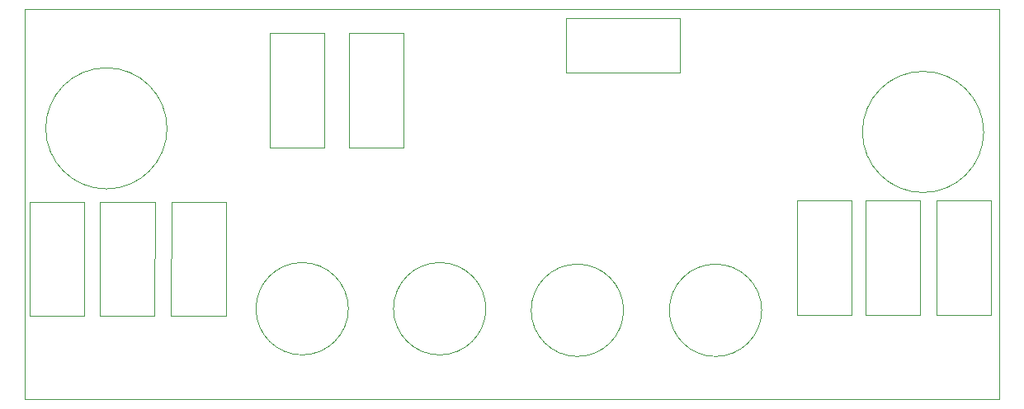
<source format=gbr>
G04 #@! TF.GenerationSoftware,KiCad,Pcbnew,5.1.10*
G04 #@! TF.CreationDate,2022-02-24T10:41:03+13:00*
G04 #@! TF.ProjectId,_rupture_panel,5f727570-7475-4726-955f-70616e656c2e,v0_2*
G04 #@! TF.SameCoordinates,Original*
G04 #@! TF.FileFunction,Profile,NP*
%FSLAX46Y46*%
G04 Gerber Fmt 4.6, Leading zero omitted, Abs format (unit mm)*
G04 Created by KiCad (PCBNEW 5.1.10) date 2022-02-24 10:41:03*
%MOMM*%
%LPD*%
G01*
G04 APERTURE LIST*
G04 #@! TA.AperFunction,Profile*
%ADD10C,0.100000*%
G04 #@! TD*
G04 #@! TA.AperFunction,Profile*
%ADD11C,0.050000*%
G04 #@! TD*
G04 APERTURE END LIST*
D10*
X155520000Y-56460000D02*
X155520000Y-50860000D01*
X167280000Y-56470000D02*
X155520000Y-56460000D01*
X167280000Y-50870000D02*
X167280000Y-56470000D01*
X155520000Y-50860000D02*
X167280000Y-50870000D01*
X193530000Y-81400000D02*
X193540000Y-69640000D01*
X199140000Y-69640000D02*
X199130000Y-81400000D01*
X193540000Y-69640000D02*
X199140000Y-69640000D01*
X199130000Y-81400000D02*
X193530000Y-81400000D01*
X191860000Y-69640000D02*
X191850000Y-81400000D01*
X186260000Y-69640000D02*
X191860000Y-69640000D01*
X191850000Y-81400000D02*
X186250000Y-81400000D01*
X186250000Y-81400000D02*
X186260000Y-69640000D01*
X179250000Y-81400000D02*
X179260000Y-69640000D01*
X179260000Y-69640000D02*
X184860000Y-69640000D01*
X184850000Y-81400000D02*
X179250000Y-81400000D01*
X184860000Y-69640000D02*
X184850000Y-81400000D01*
X115040000Y-81500000D02*
X115050000Y-69740000D01*
X115050000Y-69740000D02*
X120650000Y-69740000D01*
X120650000Y-69740000D02*
X120640000Y-81500000D01*
X120640000Y-81500000D02*
X115040000Y-81500000D01*
X113340000Y-81500000D02*
X107740000Y-81500000D01*
X113350000Y-69740000D02*
X113340000Y-81500000D01*
X107750000Y-69740000D02*
X113350000Y-69740000D01*
X107740000Y-81500000D02*
X107750000Y-69740000D01*
X106140000Y-81500000D02*
X100540000Y-81500000D01*
X100540000Y-81500000D02*
X100550000Y-69740000D01*
X106150000Y-69740000D02*
X106140000Y-81500000D01*
X100550000Y-69740000D02*
X106150000Y-69740000D01*
X130740000Y-52460000D02*
X130730000Y-64220000D01*
X125140000Y-52460000D02*
X130740000Y-52460000D01*
X130730000Y-64220000D02*
X125130000Y-64220000D01*
X125130000Y-64220000D02*
X125140000Y-52460000D01*
X138860000Y-52460000D02*
X138850000Y-64220000D01*
X133260000Y-52460000D02*
X138860000Y-52460000D01*
X133250000Y-64220000D02*
X133260000Y-52460000D01*
X138850000Y-64220000D02*
X133250000Y-64220000D01*
D11*
X133220001Y-80730000D02*
G75*
G03*
X133220001Y-80730000I-4740230J0D01*
G01*
X147330001Y-80730000D02*
G75*
G03*
X147330001Y-80730000I-4740230J0D01*
G01*
X175630001Y-80890000D02*
G75*
G03*
X175630001Y-80890000I-4740230J0D01*
G01*
X161456150Y-80890000D02*
G75*
G03*
X161456150Y-80890000I-4740230J0D01*
G01*
X114610359Y-62210359D02*
G75*
G03*
X114610359Y-62210359I-6220359J0D01*
G01*
X198408934Y-62580000D02*
G75*
G03*
X198408934Y-62580000I-6220359J0D01*
G01*
X100000000Y-90000000D02*
X100000000Y-50000000D01*
X200000000Y-90000000D02*
X100000000Y-90000000D01*
X200000000Y-50000000D02*
X200000000Y-90000000D01*
X100000000Y-50000000D02*
X200000000Y-50000000D01*
M02*

</source>
